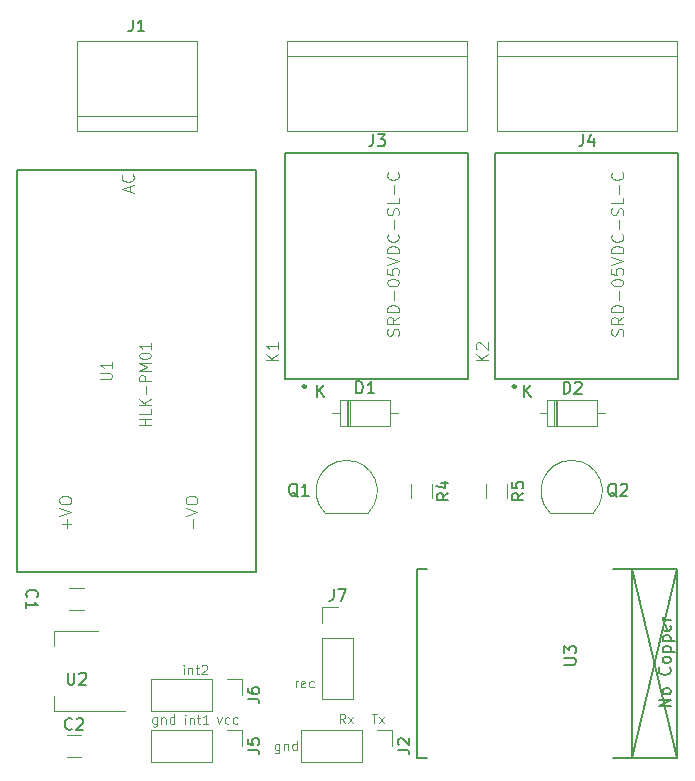
<source format=gbr>
G04 #@! TF.GenerationSoftware,KiCad,Pcbnew,5.0.2-bee76a0~70~ubuntu18.10.1*
G04 #@! TF.CreationDate,2019-05-17T12:20:37+02:00*
G04 #@! TF.ProjectId,interruptor,696e7465-7272-4757-9074-6f722e6b6963,rev?*
G04 #@! TF.SameCoordinates,Original*
G04 #@! TF.FileFunction,Legend,Top*
G04 #@! TF.FilePolarity,Positive*
%FSLAX46Y46*%
G04 Gerber Fmt 4.6, Leading zero omitted, Abs format (unit mm)*
G04 Created by KiCad (PCBNEW 5.0.2-bee76a0~70~ubuntu18.10.1) date vie 17 may 2019 12:20:37 CEST*
%MOMM*%
%LPD*%
G01*
G04 APERTURE LIST*
%ADD10C,0.100000*%
%ADD11C,0.120000*%
%ADD12C,0.152400*%
%ADD13C,0.127000*%
%ADD14C,0.300000*%
%ADD15C,0.150000*%
%ADD16C,0.050000*%
G04 APERTURE END LIST*
D10*
X115147619Y-117911904D02*
X115604761Y-117911904D01*
X115376190Y-118711904D02*
X115376190Y-117911904D01*
X115795238Y-118711904D02*
X116214285Y-118178571D01*
X115795238Y-118178571D02*
X116214285Y-118711904D01*
X112898809Y-118711904D02*
X112632142Y-118330952D01*
X112441666Y-118711904D02*
X112441666Y-117911904D01*
X112746428Y-117911904D01*
X112822619Y-117950000D01*
X112860714Y-117988095D01*
X112898809Y-118064285D01*
X112898809Y-118178571D01*
X112860714Y-118254761D01*
X112822619Y-118292857D01*
X112746428Y-118330952D01*
X112441666Y-118330952D01*
X113165476Y-118711904D02*
X113584523Y-118178571D01*
X113165476Y-118178571D02*
X113584523Y-118711904D01*
X107347619Y-120453571D02*
X107347619Y-121101190D01*
X107309523Y-121177380D01*
X107271428Y-121215476D01*
X107195238Y-121253571D01*
X107080952Y-121253571D01*
X107004761Y-121215476D01*
X107347619Y-120948809D02*
X107271428Y-120986904D01*
X107119047Y-120986904D01*
X107042857Y-120948809D01*
X107004761Y-120910714D01*
X106966666Y-120834523D01*
X106966666Y-120605952D01*
X107004761Y-120529761D01*
X107042857Y-120491666D01*
X107119047Y-120453571D01*
X107271428Y-120453571D01*
X107347619Y-120491666D01*
X107728571Y-120453571D02*
X107728571Y-120986904D01*
X107728571Y-120529761D02*
X107766666Y-120491666D01*
X107842857Y-120453571D01*
X107957142Y-120453571D01*
X108033333Y-120491666D01*
X108071428Y-120567857D01*
X108071428Y-120986904D01*
X108795238Y-120986904D02*
X108795238Y-120186904D01*
X108795238Y-120948809D02*
X108719047Y-120986904D01*
X108566666Y-120986904D01*
X108490476Y-120948809D01*
X108452380Y-120910714D01*
X108414285Y-120834523D01*
X108414285Y-120605952D01*
X108452380Y-120529761D01*
X108490476Y-120491666D01*
X108566666Y-120453571D01*
X108719047Y-120453571D01*
X108795238Y-120491666D01*
X108707142Y-115686904D02*
X108707142Y-115153571D01*
X108707142Y-115305952D02*
X108745238Y-115229761D01*
X108783333Y-115191666D01*
X108859523Y-115153571D01*
X108935714Y-115153571D01*
X109507142Y-115648809D02*
X109430952Y-115686904D01*
X109278571Y-115686904D01*
X109202380Y-115648809D01*
X109164285Y-115572619D01*
X109164285Y-115267857D01*
X109202380Y-115191666D01*
X109278571Y-115153571D01*
X109430952Y-115153571D01*
X109507142Y-115191666D01*
X109545238Y-115267857D01*
X109545238Y-115344047D01*
X109164285Y-115420238D01*
X110230952Y-115648809D02*
X110154761Y-115686904D01*
X110002380Y-115686904D01*
X109926190Y-115648809D01*
X109888095Y-115610714D01*
X109850000Y-115534523D01*
X109850000Y-115305952D01*
X109888095Y-115229761D01*
X109926190Y-115191666D01*
X110002380Y-115153571D01*
X110154761Y-115153571D01*
X110230952Y-115191666D01*
X99253571Y-114561904D02*
X99253571Y-114028571D01*
X99253571Y-113761904D02*
X99215476Y-113800000D01*
X99253571Y-113838095D01*
X99291666Y-113800000D01*
X99253571Y-113761904D01*
X99253571Y-113838095D01*
X99634523Y-114028571D02*
X99634523Y-114561904D01*
X99634523Y-114104761D02*
X99672619Y-114066666D01*
X99748809Y-114028571D01*
X99863095Y-114028571D01*
X99939285Y-114066666D01*
X99977380Y-114142857D01*
X99977380Y-114561904D01*
X100244047Y-114028571D02*
X100548809Y-114028571D01*
X100358333Y-113761904D02*
X100358333Y-114447619D01*
X100396428Y-114523809D01*
X100472619Y-114561904D01*
X100548809Y-114561904D01*
X100777380Y-113838095D02*
X100815476Y-113800000D01*
X100891666Y-113761904D01*
X101082142Y-113761904D01*
X101158333Y-113800000D01*
X101196428Y-113838095D01*
X101234523Y-113914285D01*
X101234523Y-113990476D01*
X101196428Y-114104761D01*
X100739285Y-114561904D01*
X101234523Y-114561904D01*
X99353571Y-118786904D02*
X99353571Y-118253571D01*
X99353571Y-117986904D02*
X99315476Y-118025000D01*
X99353571Y-118063095D01*
X99391666Y-118025000D01*
X99353571Y-117986904D01*
X99353571Y-118063095D01*
X99734523Y-118253571D02*
X99734523Y-118786904D01*
X99734523Y-118329761D02*
X99772619Y-118291666D01*
X99848809Y-118253571D01*
X99963095Y-118253571D01*
X100039285Y-118291666D01*
X100077380Y-118367857D01*
X100077380Y-118786904D01*
X100344047Y-118253571D02*
X100648809Y-118253571D01*
X100458333Y-117986904D02*
X100458333Y-118672619D01*
X100496428Y-118748809D01*
X100572619Y-118786904D01*
X100648809Y-118786904D01*
X101334523Y-118786904D02*
X100877380Y-118786904D01*
X101105952Y-118786904D02*
X101105952Y-117986904D01*
X101029761Y-118101190D01*
X100953571Y-118177380D01*
X100877380Y-118215476D01*
X102073809Y-118228571D02*
X102264285Y-118761904D01*
X102454761Y-118228571D01*
X103102380Y-118723809D02*
X103026190Y-118761904D01*
X102873809Y-118761904D01*
X102797619Y-118723809D01*
X102759523Y-118685714D01*
X102721428Y-118609523D01*
X102721428Y-118380952D01*
X102759523Y-118304761D01*
X102797619Y-118266666D01*
X102873809Y-118228571D01*
X103026190Y-118228571D01*
X103102380Y-118266666D01*
X103788095Y-118723809D02*
X103711904Y-118761904D01*
X103559523Y-118761904D01*
X103483333Y-118723809D01*
X103445238Y-118685714D01*
X103407142Y-118609523D01*
X103407142Y-118380952D01*
X103445238Y-118304761D01*
X103483333Y-118266666D01*
X103559523Y-118228571D01*
X103711904Y-118228571D01*
X103788095Y-118266666D01*
X96972619Y-118228571D02*
X96972619Y-118876190D01*
X96934523Y-118952380D01*
X96896428Y-118990476D01*
X96820238Y-119028571D01*
X96705952Y-119028571D01*
X96629761Y-118990476D01*
X96972619Y-118723809D02*
X96896428Y-118761904D01*
X96744047Y-118761904D01*
X96667857Y-118723809D01*
X96629761Y-118685714D01*
X96591666Y-118609523D01*
X96591666Y-118380952D01*
X96629761Y-118304761D01*
X96667857Y-118266666D01*
X96744047Y-118228571D01*
X96896428Y-118228571D01*
X96972619Y-118266666D01*
X97353571Y-118228571D02*
X97353571Y-118761904D01*
X97353571Y-118304761D02*
X97391666Y-118266666D01*
X97467857Y-118228571D01*
X97582142Y-118228571D01*
X97658333Y-118266666D01*
X97696428Y-118342857D01*
X97696428Y-118761904D01*
X98420238Y-118761904D02*
X98420238Y-117961904D01*
X98420238Y-118723809D02*
X98344047Y-118761904D01*
X98191666Y-118761904D01*
X98115476Y-118723809D01*
X98077380Y-118685714D01*
X98039285Y-118609523D01*
X98039285Y-118380952D01*
X98077380Y-118304761D01*
X98115476Y-118266666D01*
X98191666Y-118228571D01*
X98344047Y-118228571D01*
X98420238Y-118266666D01*
D11*
G04 #@! TO.C,D2*
X130615000Y-91355000D02*
X130615000Y-93595000D01*
X130855000Y-91355000D02*
X130855000Y-93595000D01*
X130735000Y-91355000D02*
X130735000Y-93595000D01*
X134905000Y-92475000D02*
X134255000Y-92475000D01*
X129365000Y-92475000D02*
X130015000Y-92475000D01*
X134255000Y-91355000D02*
X130015000Y-91355000D01*
X134255000Y-93595000D02*
X134255000Y-91355000D01*
X130015000Y-93595000D02*
X134255000Y-93595000D01*
X130015000Y-91355000D02*
X130015000Y-93595000D01*
G04 #@! TO.C,D1*
X112465000Y-91330000D02*
X112465000Y-93570000D01*
X112465000Y-93570000D02*
X116705000Y-93570000D01*
X116705000Y-93570000D02*
X116705000Y-91330000D01*
X116705000Y-91330000D02*
X112465000Y-91330000D01*
X111815000Y-92450000D02*
X112465000Y-92450000D01*
X117355000Y-92450000D02*
X116705000Y-92450000D01*
X113185000Y-91330000D02*
X113185000Y-93570000D01*
X113305000Y-91330000D02*
X113305000Y-93570000D01*
X113065000Y-91330000D02*
X113065000Y-93570000D01*
G04 #@! TO.C,C1*
X89567936Y-107294000D02*
X90772064Y-107294000D01*
X89567936Y-109114000D02*
X90772064Y-109114000D01*
G04 #@! TO.C,C2*
X89350436Y-121560000D02*
X90554564Y-121560000D01*
X89350436Y-119740000D02*
X90554564Y-119740000D01*
G04 #@! TO.C,U2*
X88260000Y-110890000D02*
X88260000Y-112150000D01*
X88260000Y-117710000D02*
X88260000Y-116450000D01*
X92020000Y-110890000D02*
X88260000Y-110890000D01*
X94270000Y-117710000D02*
X88260000Y-117710000D01*
D12*
G04 #@! TO.C,U3*
X141020000Y-105680000D02*
X141020000Y-121680000D01*
X141020000Y-121680000D02*
X135620000Y-121680000D01*
X141020000Y-105680000D02*
X135620000Y-105680000D01*
X119820000Y-105680000D02*
X119020000Y-105680000D01*
X119020000Y-105680000D02*
X119020000Y-121680000D01*
X119020000Y-121680000D02*
X119820000Y-121680000D01*
X141020000Y-121680000D02*
X137220000Y-105680000D01*
X141020000Y-105680000D02*
X137220000Y-121680000D01*
X137220000Y-105672000D02*
X137220000Y-121672000D01*
D13*
G04 #@! TO.C,U1*
X85150000Y-71900000D02*
X105350000Y-71900000D01*
X85150000Y-105900000D02*
X105350000Y-105900000D01*
X105350000Y-71900000D02*
X105350000Y-105900000D01*
X85150000Y-71900000D02*
X85150000Y-105900000D01*
D11*
G04 #@! TO.C,J1*
X100330000Y-67310000D02*
X90170000Y-67310000D01*
X100330000Y-68580000D02*
X100330000Y-60960000D01*
X100330000Y-60960000D02*
X90170000Y-60960000D01*
X90170000Y-60960000D02*
X90170000Y-68580000D01*
X90170000Y-68580000D02*
X100330000Y-68580000D01*
G04 #@! TO.C,J2*
X109160000Y-119320000D02*
X109160000Y-121980000D01*
X114300000Y-119320000D02*
X109160000Y-119320000D01*
X114300000Y-121980000D02*
X109160000Y-121980000D01*
X114300000Y-119320000D02*
X114300000Y-121980000D01*
X115570000Y-119320000D02*
X116900000Y-119320000D01*
X116900000Y-119320000D02*
X116900000Y-120650000D01*
D13*
G04 #@! TO.C,K1*
X123320000Y-89560000D02*
X107820000Y-89560000D01*
X107820000Y-89560000D02*
X107820000Y-70460000D01*
X107820000Y-70460000D02*
X123320000Y-70460000D01*
X123320000Y-70460000D02*
X123320000Y-89560000D01*
D14*
X109551000Y-90210000D02*
G75*
G03X109551000Y-90210000I-100000J0D01*
G01*
D13*
G04 #@! TO.C,K2*
X141100000Y-89560000D02*
X125600000Y-89560000D01*
X125600000Y-89560000D02*
X125600000Y-70460000D01*
X125600000Y-70460000D02*
X141100000Y-70460000D01*
X141100000Y-70460000D02*
X141100000Y-89560000D01*
D14*
X127331000Y-90210000D02*
G75*
G03X127331000Y-90210000I-100000J0D01*
G01*
D11*
G04 #@! TO.C,J3*
X123190000Y-60960000D02*
X107950000Y-60960000D01*
X123190000Y-68580000D02*
X107950000Y-68580000D01*
X123190000Y-62230000D02*
X107950000Y-62230000D01*
X107950000Y-60960000D02*
X107950000Y-68580000D01*
X123190000Y-60960000D02*
X123190000Y-68580000D01*
G04 #@! TO.C,J4*
X140970000Y-60960000D02*
X140970000Y-68580000D01*
X125730000Y-60960000D02*
X125730000Y-68580000D01*
X140970000Y-62230000D02*
X125730000Y-62230000D01*
X140970000Y-68580000D02*
X125730000Y-68580000D01*
X140970000Y-60960000D02*
X125730000Y-60960000D01*
G04 #@! TO.C,R4*
X120290000Y-98457936D02*
X120290000Y-99662064D01*
X118470000Y-98457936D02*
X118470000Y-99662064D01*
G04 #@! TO.C,R5*
X124820000Y-98457936D02*
X124820000Y-99662064D01*
X126640000Y-98457936D02*
X126640000Y-99662064D01*
G04 #@! TO.C,J5*
X96460000Y-119320000D02*
X96460000Y-121980000D01*
X101600000Y-119320000D02*
X96460000Y-119320000D01*
X101600000Y-121980000D02*
X96460000Y-121980000D01*
X101600000Y-119320000D02*
X101600000Y-121980000D01*
X102870000Y-119320000D02*
X104200000Y-119320000D01*
X104200000Y-119320000D02*
X104200000Y-120650000D01*
G04 #@! TO.C,Q1*
X114868478Y-100898478D02*
G75*
G03X113030000Y-96460000I-1838478J1838478D01*
G01*
X111191522Y-100898478D02*
G75*
G02X113030000Y-96460000I1838478J1838478D01*
G01*
X111230000Y-100910000D02*
X114830000Y-100910000D01*
G04 #@! TO.C,Q2*
X130280000Y-100910000D02*
X133880000Y-100910000D01*
X130241522Y-100898478D02*
G75*
G02X132080000Y-96460000I1838478J1838478D01*
G01*
X133918478Y-100898478D02*
G75*
G03X132080000Y-96460000I-1838478J1838478D01*
G01*
G04 #@! TO.C,J6*
X104200000Y-115002000D02*
X104200000Y-116332000D01*
X102870000Y-115002000D02*
X104200000Y-115002000D01*
X101600000Y-115002000D02*
X101600000Y-117662000D01*
X101600000Y-117662000D02*
X96460000Y-117662000D01*
X101600000Y-115002000D02*
X96460000Y-115002000D01*
X96460000Y-115002000D02*
X96460000Y-117662000D01*
G04 #@! TO.C,J7*
X110938000Y-116646000D02*
X113598000Y-116646000D01*
X110938000Y-111506000D02*
X110938000Y-116646000D01*
X113598000Y-111506000D02*
X113598000Y-116646000D01*
X110938000Y-111506000D02*
X113598000Y-111506000D01*
X110938000Y-110236000D02*
X110938000Y-108906000D01*
X110938000Y-108906000D02*
X112268000Y-108906000D01*
G04 #@! TO.C,D2*
D15*
X131396904Y-90807380D02*
X131396904Y-89807380D01*
X131635000Y-89807380D01*
X131777857Y-89855000D01*
X131873095Y-89950238D01*
X131920714Y-90045476D01*
X131968333Y-90235952D01*
X131968333Y-90378809D01*
X131920714Y-90569285D01*
X131873095Y-90664523D01*
X131777857Y-90759761D01*
X131635000Y-90807380D01*
X131396904Y-90807380D01*
X132349285Y-89902619D02*
X132396904Y-89855000D01*
X132492142Y-89807380D01*
X132730238Y-89807380D01*
X132825476Y-89855000D01*
X132873095Y-89902619D01*
X132920714Y-89997857D01*
X132920714Y-90093095D01*
X132873095Y-90235952D01*
X132301666Y-90807380D01*
X132920714Y-90807380D01*
X128063095Y-91127380D02*
X128063095Y-90127380D01*
X128634523Y-91127380D02*
X128205952Y-90555952D01*
X128634523Y-90127380D02*
X128063095Y-90698809D01*
G04 #@! TO.C,D1*
X113846904Y-90782380D02*
X113846904Y-89782380D01*
X114085000Y-89782380D01*
X114227857Y-89830000D01*
X114323095Y-89925238D01*
X114370714Y-90020476D01*
X114418333Y-90210952D01*
X114418333Y-90353809D01*
X114370714Y-90544285D01*
X114323095Y-90639523D01*
X114227857Y-90734761D01*
X114085000Y-90782380D01*
X113846904Y-90782380D01*
X115370714Y-90782380D02*
X114799285Y-90782380D01*
X115085000Y-90782380D02*
X115085000Y-89782380D01*
X114989761Y-89925238D01*
X114894523Y-90020476D01*
X114799285Y-90068095D01*
X110513095Y-91102380D02*
X110513095Y-90102380D01*
X111084523Y-91102380D02*
X110655952Y-90530952D01*
X111084523Y-90102380D02*
X110513095Y-90673809D01*
G04 #@! TO.C,C1*
X86002857Y-108037333D02*
X85955238Y-107989714D01*
X85907619Y-107846857D01*
X85907619Y-107751619D01*
X85955238Y-107608761D01*
X86050476Y-107513523D01*
X86145714Y-107465904D01*
X86336190Y-107418285D01*
X86479047Y-107418285D01*
X86669523Y-107465904D01*
X86764761Y-107513523D01*
X86860000Y-107608761D01*
X86907619Y-107751619D01*
X86907619Y-107846857D01*
X86860000Y-107989714D01*
X86812380Y-108037333D01*
X85907619Y-108989714D02*
X85907619Y-108418285D01*
X85907619Y-108704000D02*
X86907619Y-108704000D01*
X86764761Y-108608761D01*
X86669523Y-108513523D01*
X86621904Y-108418285D01*
G04 #@! TO.C,C2*
X89785833Y-119187142D02*
X89738214Y-119234761D01*
X89595357Y-119282380D01*
X89500119Y-119282380D01*
X89357261Y-119234761D01*
X89262023Y-119139523D01*
X89214404Y-119044285D01*
X89166785Y-118853809D01*
X89166785Y-118710952D01*
X89214404Y-118520476D01*
X89262023Y-118425238D01*
X89357261Y-118330000D01*
X89500119Y-118282380D01*
X89595357Y-118282380D01*
X89738214Y-118330000D01*
X89785833Y-118377619D01*
X90166785Y-118377619D02*
X90214404Y-118330000D01*
X90309642Y-118282380D01*
X90547738Y-118282380D01*
X90642976Y-118330000D01*
X90690595Y-118377619D01*
X90738214Y-118472857D01*
X90738214Y-118568095D01*
X90690595Y-118710952D01*
X90119166Y-119282380D01*
X90738214Y-119282380D01*
G04 #@! TO.C,U2*
X89408095Y-114452380D02*
X89408095Y-115261904D01*
X89455714Y-115357142D01*
X89503333Y-115404761D01*
X89598571Y-115452380D01*
X89789047Y-115452380D01*
X89884285Y-115404761D01*
X89931904Y-115357142D01*
X89979523Y-115261904D01*
X89979523Y-114452380D01*
X90408095Y-114547619D02*
X90455714Y-114500000D01*
X90550952Y-114452380D01*
X90789047Y-114452380D01*
X90884285Y-114500000D01*
X90931904Y-114547619D01*
X90979523Y-114642857D01*
X90979523Y-114738095D01*
X90931904Y-114880952D01*
X90360476Y-115452380D01*
X90979523Y-115452380D01*
G04 #@! TO.C,U3*
X131452380Y-113761904D02*
X132261904Y-113761904D01*
X132357142Y-113714285D01*
X132404761Y-113666666D01*
X132452380Y-113571428D01*
X132452380Y-113380952D01*
X132404761Y-113285714D01*
X132357142Y-113238095D01*
X132261904Y-113190476D01*
X131452380Y-113190476D01*
X131452380Y-112809523D02*
X131452380Y-112190476D01*
X131833333Y-112523809D01*
X131833333Y-112380952D01*
X131880952Y-112285714D01*
X131928571Y-112238095D01*
X132023809Y-112190476D01*
X132261904Y-112190476D01*
X132357142Y-112238095D01*
X132404761Y-112285714D01*
X132452380Y-112380952D01*
X132452380Y-112666666D01*
X132404761Y-112761904D01*
X132357142Y-112809523D01*
X140472380Y-117286285D02*
X139472380Y-117286285D01*
X140472380Y-116714857D01*
X139472380Y-116714857D01*
X140472380Y-116095809D02*
X140424761Y-116191047D01*
X140377142Y-116238666D01*
X140281904Y-116286285D01*
X139996190Y-116286285D01*
X139900952Y-116238666D01*
X139853333Y-116191047D01*
X139805714Y-116095809D01*
X139805714Y-115952952D01*
X139853333Y-115857714D01*
X139900952Y-115810095D01*
X139996190Y-115762476D01*
X140281904Y-115762476D01*
X140377142Y-115810095D01*
X140424761Y-115857714D01*
X140472380Y-115952952D01*
X140472380Y-116095809D01*
X140377142Y-114000571D02*
X140424761Y-114048190D01*
X140472380Y-114191047D01*
X140472380Y-114286285D01*
X140424761Y-114429142D01*
X140329523Y-114524380D01*
X140234285Y-114572000D01*
X140043809Y-114619619D01*
X139900952Y-114619619D01*
X139710476Y-114572000D01*
X139615238Y-114524380D01*
X139520000Y-114429142D01*
X139472380Y-114286285D01*
X139472380Y-114191047D01*
X139520000Y-114048190D01*
X139567619Y-114000571D01*
X140472380Y-113429142D02*
X140424761Y-113524380D01*
X140377142Y-113572000D01*
X140281904Y-113619619D01*
X139996190Y-113619619D01*
X139900952Y-113572000D01*
X139853333Y-113524380D01*
X139805714Y-113429142D01*
X139805714Y-113286285D01*
X139853333Y-113191047D01*
X139900952Y-113143428D01*
X139996190Y-113095809D01*
X140281904Y-113095809D01*
X140377142Y-113143428D01*
X140424761Y-113191047D01*
X140472380Y-113286285D01*
X140472380Y-113429142D01*
X139805714Y-112667238D02*
X140805714Y-112667238D01*
X139853333Y-112667238D02*
X139805714Y-112572000D01*
X139805714Y-112381523D01*
X139853333Y-112286285D01*
X139900952Y-112238666D01*
X139996190Y-112191047D01*
X140281904Y-112191047D01*
X140377142Y-112238666D01*
X140424761Y-112286285D01*
X140472380Y-112381523D01*
X140472380Y-112572000D01*
X140424761Y-112667238D01*
X139805714Y-111762476D02*
X140805714Y-111762476D01*
X139853333Y-111762476D02*
X139805714Y-111667238D01*
X139805714Y-111476761D01*
X139853333Y-111381523D01*
X139900952Y-111333904D01*
X139996190Y-111286285D01*
X140281904Y-111286285D01*
X140377142Y-111333904D01*
X140424761Y-111381523D01*
X140472380Y-111476761D01*
X140472380Y-111667238D01*
X140424761Y-111762476D01*
X140424761Y-110476761D02*
X140472380Y-110572000D01*
X140472380Y-110762476D01*
X140424761Y-110857714D01*
X140329523Y-110905333D01*
X139948571Y-110905333D01*
X139853333Y-110857714D01*
X139805714Y-110762476D01*
X139805714Y-110572000D01*
X139853333Y-110476761D01*
X139948571Y-110429142D01*
X140043809Y-110429142D01*
X140139047Y-110905333D01*
X140472380Y-110000571D02*
X139805714Y-110000571D01*
X139996190Y-110000571D02*
X139900952Y-109952952D01*
X139853333Y-109905333D01*
X139805714Y-109810095D01*
X139805714Y-109714857D01*
G04 #@! TO.C,U1*
D16*
X92162380Y-89585714D02*
X92971904Y-89585714D01*
X93067142Y-89542857D01*
X93114761Y-89500000D01*
X93162380Y-89414285D01*
X93162380Y-89242857D01*
X93114761Y-89157142D01*
X93067142Y-89114285D01*
X92971904Y-89071428D01*
X92162380Y-89071428D01*
X93162380Y-88171428D02*
X93162380Y-88685714D01*
X93162380Y-88428571D02*
X92162380Y-88428571D01*
X92305238Y-88514285D01*
X92400476Y-88600000D01*
X92448095Y-88685714D01*
X96452380Y-93450000D02*
X95452380Y-93450000D01*
X95928571Y-93450000D02*
X95928571Y-92935714D01*
X96452380Y-92935714D02*
X95452380Y-92935714D01*
X96452380Y-92078571D02*
X96452380Y-92507142D01*
X95452380Y-92507142D01*
X96452380Y-91778571D02*
X95452380Y-91778571D01*
X96452380Y-91264285D02*
X95880952Y-91650000D01*
X95452380Y-91264285D02*
X96023809Y-91778571D01*
X96071428Y-90878571D02*
X96071428Y-90192857D01*
X96452380Y-89764285D02*
X95452380Y-89764285D01*
X95452380Y-89421428D01*
X95500000Y-89335714D01*
X95547619Y-89292857D01*
X95642857Y-89250000D01*
X95785714Y-89250000D01*
X95880952Y-89292857D01*
X95928571Y-89335714D01*
X95976190Y-89421428D01*
X95976190Y-89764285D01*
X96452380Y-88864285D02*
X95452380Y-88864285D01*
X96166666Y-88564285D01*
X95452380Y-88264285D01*
X96452380Y-88264285D01*
X95452380Y-87664285D02*
X95452380Y-87578571D01*
X95500000Y-87492857D01*
X95547619Y-87450000D01*
X95642857Y-87407142D01*
X95833333Y-87364285D01*
X96071428Y-87364285D01*
X96261904Y-87407142D01*
X96357142Y-87450000D01*
X96404761Y-87492857D01*
X96452380Y-87578571D01*
X96452380Y-87664285D01*
X96404761Y-87750000D01*
X96357142Y-87792857D01*
X96261904Y-87835714D01*
X96071428Y-87878571D01*
X95833333Y-87878571D01*
X95642857Y-87835714D01*
X95547619Y-87792857D01*
X95500000Y-87750000D01*
X95452380Y-87664285D01*
X96452380Y-86507142D02*
X96452380Y-87021428D01*
X96452380Y-86764285D02*
X95452380Y-86764285D01*
X95595238Y-86850000D01*
X95690476Y-86935714D01*
X95738095Y-87021428D01*
X94716666Y-73738095D02*
X94716666Y-73261904D01*
X95002380Y-73833333D02*
X94002380Y-73500000D01*
X95002380Y-73166666D01*
X94907142Y-72261904D02*
X94954761Y-72309523D01*
X95002380Y-72452380D01*
X95002380Y-72547619D01*
X94954761Y-72690476D01*
X94859523Y-72785714D01*
X94764285Y-72833333D01*
X94573809Y-72880952D01*
X94430952Y-72880952D01*
X94240476Y-72833333D01*
X94145238Y-72785714D01*
X94050000Y-72690476D01*
X94002380Y-72547619D01*
X94002380Y-72452380D01*
X94050000Y-72309523D01*
X94097619Y-72261904D01*
X89321428Y-102233333D02*
X89321428Y-101471428D01*
X89702380Y-101852380D02*
X88940476Y-101852380D01*
X88702380Y-101138095D02*
X89702380Y-100804761D01*
X88702380Y-100471428D01*
X88702380Y-99947619D02*
X88702380Y-99757142D01*
X88750000Y-99661904D01*
X88845238Y-99566666D01*
X89035714Y-99519047D01*
X89369047Y-99519047D01*
X89559523Y-99566666D01*
X89654761Y-99661904D01*
X89702380Y-99757142D01*
X89702380Y-99947619D01*
X89654761Y-100042857D01*
X89559523Y-100138095D01*
X89369047Y-100185714D01*
X89035714Y-100185714D01*
X88845238Y-100138095D01*
X88750000Y-100042857D01*
X88702380Y-99947619D01*
X100021428Y-102233333D02*
X100021428Y-101471428D01*
X99402380Y-101138095D02*
X100402380Y-100804761D01*
X99402380Y-100471428D01*
X99402380Y-99947619D02*
X99402380Y-99757142D01*
X99450000Y-99661904D01*
X99545238Y-99566666D01*
X99735714Y-99519047D01*
X100069047Y-99519047D01*
X100259523Y-99566666D01*
X100354761Y-99661904D01*
X100402380Y-99757142D01*
X100402380Y-99947619D01*
X100354761Y-100042857D01*
X100259523Y-100138095D01*
X100069047Y-100185714D01*
X99735714Y-100185714D01*
X99545238Y-100138095D01*
X99450000Y-100042857D01*
X99402380Y-99947619D01*
G04 #@! TO.C,J1*
D15*
X94916666Y-59142380D02*
X94916666Y-59856666D01*
X94869047Y-59999523D01*
X94773809Y-60094761D01*
X94630952Y-60142380D01*
X94535714Y-60142380D01*
X95916666Y-60142380D02*
X95345238Y-60142380D01*
X95630952Y-60142380D02*
X95630952Y-59142380D01*
X95535714Y-59285238D01*
X95440476Y-59380476D01*
X95345238Y-59428095D01*
G04 #@! TO.C,J2*
X117352380Y-120983333D02*
X118066666Y-120983333D01*
X118209523Y-121030952D01*
X118304761Y-121126190D01*
X118352380Y-121269047D01*
X118352380Y-121364285D01*
X117447619Y-120554761D02*
X117400000Y-120507142D01*
X117352380Y-120411904D01*
X117352380Y-120173809D01*
X117400000Y-120078571D01*
X117447619Y-120030952D01*
X117542857Y-119983333D01*
X117638095Y-119983333D01*
X117780952Y-120030952D01*
X118352380Y-120602380D01*
X118352380Y-119983333D01*
G04 #@! TO.C,K1*
D16*
X107186581Y-88008851D02*
X106186491Y-88008851D01*
X107186581Y-87437371D02*
X106615101Y-87865981D01*
X106186491Y-87437371D02*
X106757971Y-88008851D01*
X107186581Y-86484905D02*
X107186581Y-87056385D01*
X107186581Y-86770645D02*
X106186491Y-86770645D01*
X106329361Y-86865891D01*
X106424608Y-86961138D01*
X106472231Y-87056385D01*
X117404887Y-85906902D02*
X117452521Y-85764000D01*
X117452521Y-85525831D01*
X117404887Y-85430564D01*
X117357253Y-85382930D01*
X117261985Y-85335296D01*
X117166718Y-85335296D01*
X117071450Y-85382930D01*
X117023816Y-85430564D01*
X116976183Y-85525831D01*
X116928549Y-85716367D01*
X116880915Y-85811634D01*
X116833281Y-85859268D01*
X116738014Y-85906902D01*
X116642746Y-85906902D01*
X116547478Y-85859268D01*
X116499845Y-85811634D01*
X116452211Y-85716367D01*
X116452211Y-85478198D01*
X116499845Y-85335296D01*
X117452521Y-84334986D02*
X116976183Y-84668423D01*
X117452521Y-84906592D02*
X116452211Y-84906592D01*
X116452211Y-84525521D01*
X116499845Y-84430254D01*
X116547478Y-84382620D01*
X116642746Y-84334986D01*
X116785647Y-84334986D01*
X116880915Y-84382620D01*
X116928549Y-84430254D01*
X116976183Y-84525521D01*
X116976183Y-84906592D01*
X117452521Y-83906282D02*
X116452211Y-83906282D01*
X116452211Y-83668113D01*
X116499845Y-83525211D01*
X116595112Y-83429944D01*
X116690380Y-83382310D01*
X116880915Y-83334676D01*
X117023816Y-83334676D01*
X117214352Y-83382310D01*
X117309619Y-83429944D01*
X117404887Y-83525211D01*
X117452521Y-83668113D01*
X117452521Y-83906282D01*
X117071450Y-82905972D02*
X117071450Y-82143831D01*
X116452211Y-81476958D02*
X116452211Y-81381690D01*
X116499845Y-81286422D01*
X116547478Y-81238789D01*
X116642746Y-81191155D01*
X116833281Y-81143521D01*
X117071450Y-81143521D01*
X117261985Y-81191155D01*
X117357253Y-81238789D01*
X117404887Y-81286422D01*
X117452521Y-81381690D01*
X117452521Y-81476958D01*
X117404887Y-81572225D01*
X117357253Y-81619859D01*
X117261985Y-81667493D01*
X117071450Y-81715127D01*
X116833281Y-81715127D01*
X116642746Y-81667493D01*
X116547478Y-81619859D01*
X116499845Y-81572225D01*
X116452211Y-81476958D01*
X116452211Y-80238479D02*
X116452211Y-80714817D01*
X116928549Y-80762450D01*
X116880915Y-80714817D01*
X116833281Y-80619549D01*
X116833281Y-80381380D01*
X116880915Y-80286112D01*
X116928549Y-80238479D01*
X117023816Y-80190845D01*
X117261985Y-80190845D01*
X117357253Y-80238479D01*
X117404887Y-80286112D01*
X117452521Y-80381380D01*
X117452521Y-80619549D01*
X117404887Y-80714817D01*
X117357253Y-80762450D01*
X116452211Y-79905042D02*
X117452521Y-79571605D01*
X116452211Y-79238169D01*
X117452521Y-78904732D02*
X116452211Y-78904732D01*
X116452211Y-78666563D01*
X116499845Y-78523661D01*
X116595112Y-78428394D01*
X116690380Y-78380760D01*
X116880915Y-78333126D01*
X117023816Y-78333126D01*
X117214352Y-78380760D01*
X117309619Y-78428394D01*
X117404887Y-78523661D01*
X117452521Y-78666563D01*
X117452521Y-78904732D01*
X117357253Y-77332816D02*
X117404887Y-77380450D01*
X117452521Y-77523351D01*
X117452521Y-77618619D01*
X117404887Y-77761520D01*
X117309619Y-77856788D01*
X117214352Y-77904422D01*
X117023816Y-77952056D01*
X116880915Y-77952056D01*
X116690380Y-77904422D01*
X116595112Y-77856788D01*
X116499845Y-77761520D01*
X116452211Y-77618619D01*
X116452211Y-77523351D01*
X116499845Y-77380450D01*
X116547478Y-77332816D01*
X117071450Y-76904112D02*
X117071450Y-76141971D01*
X117404887Y-75713267D02*
X117452521Y-75570365D01*
X117452521Y-75332196D01*
X117404887Y-75236929D01*
X117357253Y-75189295D01*
X117261985Y-75141661D01*
X117166718Y-75141661D01*
X117071450Y-75189295D01*
X117023816Y-75236929D01*
X116976183Y-75332196D01*
X116928549Y-75522731D01*
X116880915Y-75617999D01*
X116833281Y-75665633D01*
X116738014Y-75713267D01*
X116642746Y-75713267D01*
X116547478Y-75665633D01*
X116499845Y-75617999D01*
X116452211Y-75522731D01*
X116452211Y-75284562D01*
X116499845Y-75141661D01*
X117452521Y-74236619D02*
X117452521Y-74712957D01*
X116452211Y-74712957D01*
X117071450Y-73903182D02*
X117071450Y-73141041D01*
X117357253Y-72093097D02*
X117404887Y-72140731D01*
X117452521Y-72283632D01*
X117452521Y-72378900D01*
X117404887Y-72521801D01*
X117309619Y-72617069D01*
X117214352Y-72664703D01*
X117023816Y-72712337D01*
X116880915Y-72712337D01*
X116690380Y-72664703D01*
X116595112Y-72617069D01*
X116499845Y-72521801D01*
X116452211Y-72378900D01*
X116452211Y-72283632D01*
X116499845Y-72140731D01*
X116547478Y-72093097D01*
G04 #@! TO.C,K2*
X124966581Y-88008851D02*
X123966491Y-88008851D01*
X124966581Y-87437371D02*
X124395101Y-87865981D01*
X123966491Y-87437371D02*
X124537971Y-88008851D01*
X124061738Y-87056385D02*
X124014115Y-87008761D01*
X123966491Y-86913515D01*
X123966491Y-86675398D01*
X124014115Y-86580151D01*
X124061738Y-86532528D01*
X124156985Y-86484905D01*
X124252231Y-86484905D01*
X124395101Y-86532528D01*
X124966581Y-87104008D01*
X124966581Y-86484905D01*
X136404887Y-85906902D02*
X136452521Y-85764000D01*
X136452521Y-85525831D01*
X136404887Y-85430564D01*
X136357253Y-85382930D01*
X136261985Y-85335296D01*
X136166718Y-85335296D01*
X136071450Y-85382930D01*
X136023816Y-85430564D01*
X135976183Y-85525831D01*
X135928549Y-85716367D01*
X135880915Y-85811634D01*
X135833281Y-85859268D01*
X135738014Y-85906902D01*
X135642746Y-85906902D01*
X135547478Y-85859268D01*
X135499845Y-85811634D01*
X135452211Y-85716367D01*
X135452211Y-85478198D01*
X135499845Y-85335296D01*
X136452521Y-84334986D02*
X135976183Y-84668423D01*
X136452521Y-84906592D02*
X135452211Y-84906592D01*
X135452211Y-84525521D01*
X135499845Y-84430254D01*
X135547478Y-84382620D01*
X135642746Y-84334986D01*
X135785647Y-84334986D01*
X135880915Y-84382620D01*
X135928549Y-84430254D01*
X135976183Y-84525521D01*
X135976183Y-84906592D01*
X136452521Y-83906282D02*
X135452211Y-83906282D01*
X135452211Y-83668113D01*
X135499845Y-83525211D01*
X135595112Y-83429944D01*
X135690380Y-83382310D01*
X135880915Y-83334676D01*
X136023816Y-83334676D01*
X136214352Y-83382310D01*
X136309619Y-83429944D01*
X136404887Y-83525211D01*
X136452521Y-83668113D01*
X136452521Y-83906282D01*
X136071450Y-82905972D02*
X136071450Y-82143831D01*
X135452211Y-81476958D02*
X135452211Y-81381690D01*
X135499845Y-81286422D01*
X135547478Y-81238789D01*
X135642746Y-81191155D01*
X135833281Y-81143521D01*
X136071450Y-81143521D01*
X136261985Y-81191155D01*
X136357253Y-81238789D01*
X136404887Y-81286422D01*
X136452521Y-81381690D01*
X136452521Y-81476958D01*
X136404887Y-81572225D01*
X136357253Y-81619859D01*
X136261985Y-81667493D01*
X136071450Y-81715127D01*
X135833281Y-81715127D01*
X135642746Y-81667493D01*
X135547478Y-81619859D01*
X135499845Y-81572225D01*
X135452211Y-81476958D01*
X135452211Y-80238479D02*
X135452211Y-80714817D01*
X135928549Y-80762450D01*
X135880915Y-80714817D01*
X135833281Y-80619549D01*
X135833281Y-80381380D01*
X135880915Y-80286112D01*
X135928549Y-80238479D01*
X136023816Y-80190845D01*
X136261985Y-80190845D01*
X136357253Y-80238479D01*
X136404887Y-80286112D01*
X136452521Y-80381380D01*
X136452521Y-80619549D01*
X136404887Y-80714817D01*
X136357253Y-80762450D01*
X135452211Y-79905042D02*
X136452521Y-79571605D01*
X135452211Y-79238169D01*
X136452521Y-78904732D02*
X135452211Y-78904732D01*
X135452211Y-78666563D01*
X135499845Y-78523661D01*
X135595112Y-78428394D01*
X135690380Y-78380760D01*
X135880915Y-78333126D01*
X136023816Y-78333126D01*
X136214352Y-78380760D01*
X136309619Y-78428394D01*
X136404887Y-78523661D01*
X136452521Y-78666563D01*
X136452521Y-78904732D01*
X136357253Y-77332816D02*
X136404887Y-77380450D01*
X136452521Y-77523351D01*
X136452521Y-77618619D01*
X136404887Y-77761520D01*
X136309619Y-77856788D01*
X136214352Y-77904422D01*
X136023816Y-77952056D01*
X135880915Y-77952056D01*
X135690380Y-77904422D01*
X135595112Y-77856788D01*
X135499845Y-77761520D01*
X135452211Y-77618619D01*
X135452211Y-77523351D01*
X135499845Y-77380450D01*
X135547478Y-77332816D01*
X136071450Y-76904112D02*
X136071450Y-76141971D01*
X136404887Y-75713267D02*
X136452521Y-75570365D01*
X136452521Y-75332196D01*
X136404887Y-75236929D01*
X136357253Y-75189295D01*
X136261985Y-75141661D01*
X136166718Y-75141661D01*
X136071450Y-75189295D01*
X136023816Y-75236929D01*
X135976183Y-75332196D01*
X135928549Y-75522731D01*
X135880915Y-75617999D01*
X135833281Y-75665633D01*
X135738014Y-75713267D01*
X135642746Y-75713267D01*
X135547478Y-75665633D01*
X135499845Y-75617999D01*
X135452211Y-75522731D01*
X135452211Y-75284562D01*
X135499845Y-75141661D01*
X136452521Y-74236619D02*
X136452521Y-74712957D01*
X135452211Y-74712957D01*
X136071450Y-73903182D02*
X136071450Y-73141041D01*
X136357253Y-72093097D02*
X136404887Y-72140731D01*
X136452521Y-72283632D01*
X136452521Y-72378900D01*
X136404887Y-72521801D01*
X136309619Y-72617069D01*
X136214352Y-72664703D01*
X136023816Y-72712337D01*
X135880915Y-72712337D01*
X135690380Y-72664703D01*
X135595112Y-72617069D01*
X135499845Y-72521801D01*
X135452211Y-72378900D01*
X135452211Y-72283632D01*
X135499845Y-72140731D01*
X135547478Y-72093097D01*
G04 #@! TO.C,J3*
D15*
X115266666Y-68872380D02*
X115266666Y-69586666D01*
X115219047Y-69729523D01*
X115123809Y-69824761D01*
X114980952Y-69872380D01*
X114885714Y-69872380D01*
X115647619Y-68872380D02*
X116266666Y-68872380D01*
X115933333Y-69253333D01*
X116076190Y-69253333D01*
X116171428Y-69300952D01*
X116219047Y-69348571D01*
X116266666Y-69443809D01*
X116266666Y-69681904D01*
X116219047Y-69777142D01*
X116171428Y-69824761D01*
X116076190Y-69872380D01*
X115790476Y-69872380D01*
X115695238Y-69824761D01*
X115647619Y-69777142D01*
G04 #@! TO.C,J4*
X133046666Y-68872380D02*
X133046666Y-69586666D01*
X132999047Y-69729523D01*
X132903809Y-69824761D01*
X132760952Y-69872380D01*
X132665714Y-69872380D01*
X133951428Y-69205714D02*
X133951428Y-69872380D01*
X133713333Y-68824761D02*
X133475238Y-69539047D01*
X134094285Y-69539047D01*
G04 #@! TO.C,R4*
X121652380Y-99226666D02*
X121176190Y-99560000D01*
X121652380Y-99798095D02*
X120652380Y-99798095D01*
X120652380Y-99417142D01*
X120700000Y-99321904D01*
X120747619Y-99274285D01*
X120842857Y-99226666D01*
X120985714Y-99226666D01*
X121080952Y-99274285D01*
X121128571Y-99321904D01*
X121176190Y-99417142D01*
X121176190Y-99798095D01*
X120985714Y-98369523D02*
X121652380Y-98369523D01*
X120604761Y-98607619D02*
X121319047Y-98845714D01*
X121319047Y-98226666D01*
G04 #@! TO.C,R5*
X128002380Y-99226666D02*
X127526190Y-99560000D01*
X128002380Y-99798095D02*
X127002380Y-99798095D01*
X127002380Y-99417142D01*
X127050000Y-99321904D01*
X127097619Y-99274285D01*
X127192857Y-99226666D01*
X127335714Y-99226666D01*
X127430952Y-99274285D01*
X127478571Y-99321904D01*
X127526190Y-99417142D01*
X127526190Y-99798095D01*
X127002380Y-98321904D02*
X127002380Y-98798095D01*
X127478571Y-98845714D01*
X127430952Y-98798095D01*
X127383333Y-98702857D01*
X127383333Y-98464761D01*
X127430952Y-98369523D01*
X127478571Y-98321904D01*
X127573809Y-98274285D01*
X127811904Y-98274285D01*
X127907142Y-98321904D01*
X127954761Y-98369523D01*
X128002380Y-98464761D01*
X128002380Y-98702857D01*
X127954761Y-98798095D01*
X127907142Y-98845714D01*
G04 #@! TO.C,J5*
X104652380Y-120983333D02*
X105366666Y-120983333D01*
X105509523Y-121030952D01*
X105604761Y-121126190D01*
X105652380Y-121269047D01*
X105652380Y-121364285D01*
X104652380Y-120030952D02*
X104652380Y-120507142D01*
X105128571Y-120554761D01*
X105080952Y-120507142D01*
X105033333Y-120411904D01*
X105033333Y-120173809D01*
X105080952Y-120078571D01*
X105128571Y-120030952D01*
X105223809Y-119983333D01*
X105461904Y-119983333D01*
X105557142Y-120030952D01*
X105604761Y-120078571D01*
X105652380Y-120173809D01*
X105652380Y-120411904D01*
X105604761Y-120507142D01*
X105557142Y-120554761D01*
G04 #@! TO.C,Q1*
X108904761Y-99547619D02*
X108809523Y-99500000D01*
X108714285Y-99404761D01*
X108571428Y-99261904D01*
X108476190Y-99214285D01*
X108380952Y-99214285D01*
X108428571Y-99452380D02*
X108333333Y-99404761D01*
X108238095Y-99309523D01*
X108190476Y-99119047D01*
X108190476Y-98785714D01*
X108238095Y-98595238D01*
X108333333Y-98500000D01*
X108428571Y-98452380D01*
X108619047Y-98452380D01*
X108714285Y-98500000D01*
X108809523Y-98595238D01*
X108857142Y-98785714D01*
X108857142Y-99119047D01*
X108809523Y-99309523D01*
X108714285Y-99404761D01*
X108619047Y-99452380D01*
X108428571Y-99452380D01*
X109809523Y-99452380D02*
X109238095Y-99452380D01*
X109523809Y-99452380D02*
X109523809Y-98452380D01*
X109428571Y-98595238D01*
X109333333Y-98690476D01*
X109238095Y-98738095D01*
G04 #@! TO.C,Q2*
X135904761Y-99547619D02*
X135809523Y-99500000D01*
X135714285Y-99404761D01*
X135571428Y-99261904D01*
X135476190Y-99214285D01*
X135380952Y-99214285D01*
X135428571Y-99452380D02*
X135333333Y-99404761D01*
X135238095Y-99309523D01*
X135190476Y-99119047D01*
X135190476Y-98785714D01*
X135238095Y-98595238D01*
X135333333Y-98500000D01*
X135428571Y-98452380D01*
X135619047Y-98452380D01*
X135714285Y-98500000D01*
X135809523Y-98595238D01*
X135857142Y-98785714D01*
X135857142Y-99119047D01*
X135809523Y-99309523D01*
X135714285Y-99404761D01*
X135619047Y-99452380D01*
X135428571Y-99452380D01*
X136238095Y-98547619D02*
X136285714Y-98500000D01*
X136380952Y-98452380D01*
X136619047Y-98452380D01*
X136714285Y-98500000D01*
X136761904Y-98547619D01*
X136809523Y-98642857D01*
X136809523Y-98738095D01*
X136761904Y-98880952D01*
X136190476Y-99452380D01*
X136809523Y-99452380D01*
G04 #@! TO.C,J6*
X104652380Y-116665333D02*
X105366666Y-116665333D01*
X105509523Y-116712952D01*
X105604761Y-116808190D01*
X105652380Y-116951047D01*
X105652380Y-117046285D01*
X104652380Y-115760571D02*
X104652380Y-115951047D01*
X104700000Y-116046285D01*
X104747619Y-116093904D01*
X104890476Y-116189142D01*
X105080952Y-116236761D01*
X105461904Y-116236761D01*
X105557142Y-116189142D01*
X105604761Y-116141523D01*
X105652380Y-116046285D01*
X105652380Y-115855809D01*
X105604761Y-115760571D01*
X105557142Y-115712952D01*
X105461904Y-115665333D01*
X105223809Y-115665333D01*
X105128571Y-115712952D01*
X105080952Y-115760571D01*
X105033333Y-115855809D01*
X105033333Y-116046285D01*
X105080952Y-116141523D01*
X105128571Y-116189142D01*
X105223809Y-116236761D01*
G04 #@! TO.C,J7*
X111934666Y-107358380D02*
X111934666Y-108072666D01*
X111887047Y-108215523D01*
X111791809Y-108310761D01*
X111648952Y-108358380D01*
X111553714Y-108358380D01*
X112315619Y-107358380D02*
X112982285Y-107358380D01*
X112553714Y-108358380D01*
G04 #@! TD*
M02*

</source>
